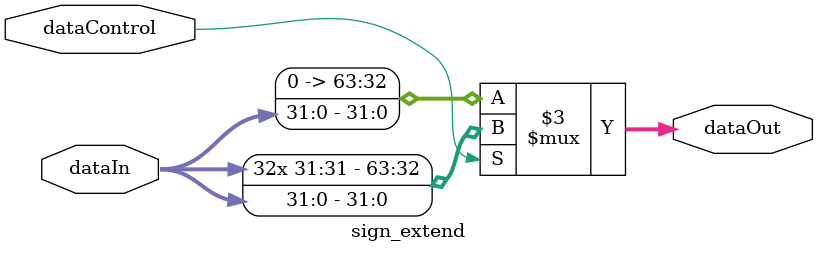
<source format=v>
module sign_extend(			//comment: needs to be changed, sign extend for I type 
	dataIn, 
	dataControl,
	dataOut); 

input [31:0] dataIn;
input dataControl;
output reg[63:0] dataOut; 

always@(dataIn or dataControl) begin
	if(dataControl)
		dataOut = {{32{dataIn[31]}}, dataIn};
	else begin
		dataOut = {32'b0, dataIn};
	end
end

endmodule 
</source>
